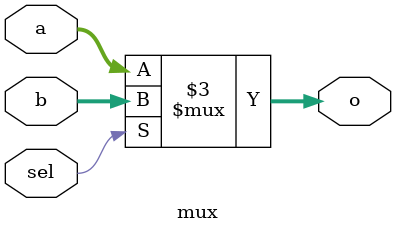
<source format=sv>
module mux
(
    input logic [31:0] a, b,
    input logic sel,
    output logic [31:0] o
);

    always_comb begin
        if (sel)
            o = b;
        else
            o = a;
    end

endmodule
</source>
